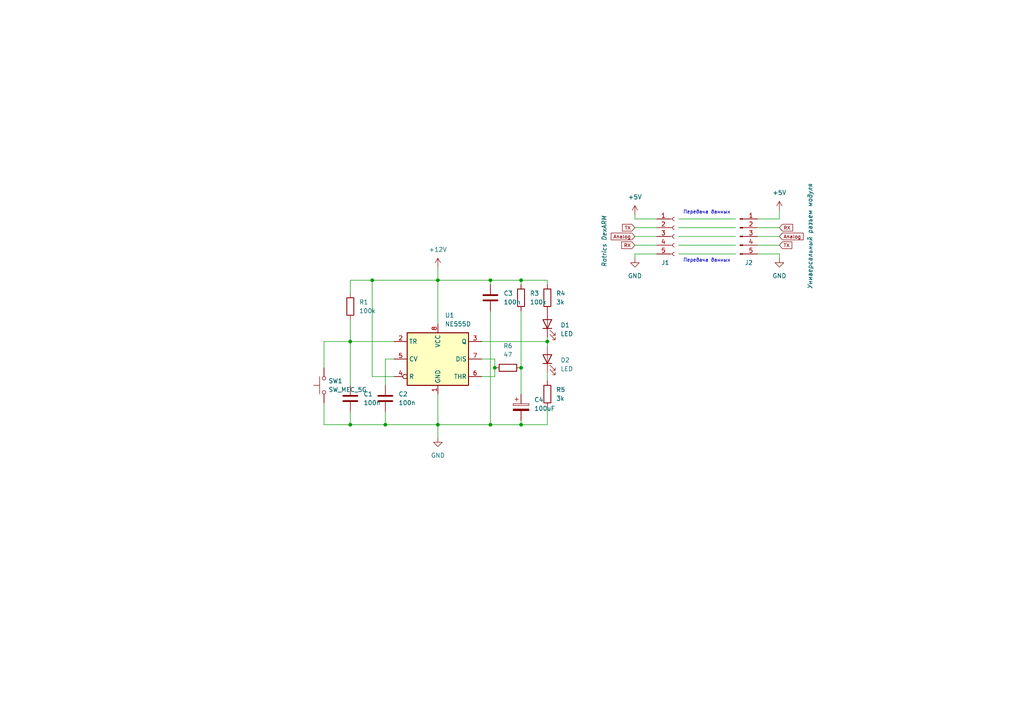
<source format=kicad_sch>
(kicad_sch (version 20211123) (generator eeschema)
  (paper "A4")
  (lib_symbols
    (symbol "Connector:Conn_01x05_Female" (pin_names (offset 1.016) hide)
      (property "Reference" "J" (at 0 7.62 0))
      (property "Value" "Conn_01x05_Female" (at 0 -7.62 0))
      (symbol "Conn_01x05_Female_1_1"
        (arc (start 0 -4.572) (mid -0.508 -5.08) (end 0 -5.588) (stroke (width 0.1524)))
        (arc (start 0 -2.032) (mid -0.508 -2.54) (end 0 -3.048) (stroke (width 0.1524)))
        (polyline (pts (xy -1.27 -5.08) (xy -0.508 -5.08)) (stroke (width 0.1524)))
        (polyline (pts (xy -1.27 -2.54) (xy -0.508 -2.54)) (stroke (width 0.1524)))
        (polyline (pts (xy -1.27 0) (xy -0.508 0)) (stroke (width 0.1524)))
        (polyline (pts (xy -1.27 2.54) (xy -0.508 2.54)) (stroke (width 0.1524)))
        (polyline (pts (xy -1.27 5.08) (xy -0.508 5.08)) (stroke (width 0.1524)))
        (arc (start 0 0.508) (mid -0.508 0) (end 0 -0.508) (stroke (width 0.1524)))
        (arc (start 0 3.048) (mid -0.508 2.54) (end 0 2.032) (stroke (width 0.1524)))
        (arc (start 0 5.588) (mid -0.508 5.08) (end 0 4.572) (stroke (width 0.1524)))
        (pin passive line (at -5.08 5.08 0) (length 3.81) (name "Pin_1") (number "1"))
        (pin passive line (at -5.08 2.54 0) (length 3.81) (name "Pin_2") (number "2"))
        (pin passive line (at -5.08 0 0) (length 3.81) (name "Pin_3") (number "3"))
        (pin passive line (at -5.08 -2.54 0) (length 3.81) (name "Pin_4") (number "4"))
        (pin passive line (at -5.08 -5.08 0) (length 3.81) (name "Pin_5") (number "5"))
      )
    )
    (symbol "Connector:Conn_01x05_Male" (pin_names (offset 1.016) hide)
      (property "Reference" "J" (at 0 7.62 0))
      (property "Value" "Conn_01x05_Male" (at 0 -7.62 0))
      (symbol "Conn_01x05_Male_1_1"
        (polyline (pts (xy 1.27 -5.08) (xy 0.8636 -5.08)) (stroke (width 0.1524)))
        (polyline (pts (xy 1.27 -2.54) (xy 0.8636 -2.54)) (stroke (width 0.1524)))
        (polyline (pts (xy 1.27 0) (xy 0.8636 0)) (stroke (width 0.1524)))
        (polyline (pts (xy 1.27 2.54) (xy 0.8636 2.54)) (stroke (width 0.1524)))
        (polyline (pts (xy 1.27 5.08) (xy 0.8636 5.08)) (stroke (width 0.1524)))
        (rectangle (start 0.8636 -4.953) (end 0 -5.207) (stroke (width 0.1524)) (fill (type outline)))
        (rectangle (start 0.8636 -2.413) (end 0 -2.667) (stroke (width 0.1524)) (fill (type outline)))
        (rectangle (start 0.8636 0.127) (end 0 -0.127) (stroke (width 0.1524)) (fill (type outline)))
        (rectangle (start 0.8636 2.667) (end 0 2.413) (stroke (width 0.1524)) (fill (type outline)))
        (rectangle (start 0.8636 5.207) (end 0 4.953) (stroke (width 0.1524)) (fill (type outline)))
        (pin passive line (at 5.08 5.08 180) (length 3.81) (name "Pin_1") (number "1"))
        (pin passive line (at 5.08 2.54 180) (length 3.81) (name "Pin_2") (number "2"))
        (pin passive line (at 5.08 0 180) (length 3.81) (name "Pin_3") (number "3"))
        (pin passive line (at 5.08 -2.54 180) (length 3.81) (name "Pin_4") (number "4"))
        (pin passive line (at 5.08 -5.08 180) (length 3.81) (name "Pin_5") (number "5"))
      )
    )
    (symbol "Device:C" (pin_numbers hide) (pin_names (offset 0.254))
      (property "Reference" "C" (at 0.635 2.54 0))
      (property "Value" "C" (at 0.635 -2.54 0))
      (symbol "C_0_1"
        (polyline (pts (xy -2.032 -0.762) (xy 2.032 -0.762)) (stroke (width 0.508)))
        (polyline (pts (xy -2.032 0.762) (xy 2.032 0.762)) (stroke (width 0.508)))
      )
      (symbol "C_1_1"
        (pin passive line (at 0 3.81 270) (length 2.794) (name "~") (number "1"))
        (pin passive line (at 0 -3.81 90) (length 2.794) (name "~") (number "2"))
      )
    )
    (symbol "Device:C_Polarized" (pin_numbers hide) (pin_names (offset 0.254))
      (property "Reference" "C" (at 0.635 2.54 0))
      (property "Value" "C_Polarized" (at 0.635 -2.54 0))
      (symbol "C_Polarized_0_1"
        (rectangle (start -2.286 0.508) (end 2.286 1.016))
        (polyline (pts (xy -1.778 2.286) (xy -0.762 2.286)))
        (polyline (pts (xy -1.27 2.794) (xy -1.27 1.778)))
        (rectangle (start 2.286 -0.508) (end -2.286 -1.016) (fill (type outline)))
      )
      (symbol "C_Polarized_1_1"
        (pin passive line (at 0 3.81 270) (length 2.794) (name "~") (number "1"))
        (pin passive line (at 0 -3.81 90) (length 2.794) (name "~") (number "2"))
      )
    )
    (symbol "Device:LED" (pin_numbers hide) (pin_names (offset 1.016) hide)
      (property "Reference" "D" (at 0 2.54 0))
      (property "Value" "LED" (at 0 -2.54 0))
      (symbol "LED_0_1"
        (polyline (pts (xy -1.27 -1.27) (xy -1.27 1.27)) (stroke (width 0.254)))
        (polyline (pts (xy -1.27 0) (xy 1.27 0)))
        (polyline (pts (xy 1.27 -1.27) (xy 1.27 1.27) (xy -1.27 0) (xy 1.27 -1.27)) (stroke (width 0.254)))
        (polyline (pts (xy -3.048 -0.762) (xy -4.572 -2.286) (xy -3.81 -2.286) (xy -4.572 -2.286) (xy -4.572 -1.524)))
        (polyline (pts (xy -1.778 -0.762) (xy -3.302 -2.286) (xy -2.54 -2.286) (xy -3.302 -2.286) (xy -3.302 -1.524)))
      )
      (symbol "LED_1_1"
        (pin passive line (at -3.81 0 0) (length 2.54) (name "K") (number "1"))
        (pin passive line (at 3.81 0 180) (length 2.54) (name "A") (number "2"))
      )
    )
    (symbol "Device:R" (pin_numbers hide) (pin_names (offset 0))
      (property "Reference" "R" (at 2.032 0 90))
      (property "Value" "R" (at 0 0 90))
      (symbol "R_0_1"
        (rectangle (start -1.016 -2.54) (end 1.016 2.54) (stroke (width 0.254)))
      )
      (symbol "R_1_1"
        (pin passive line (at 0 3.81 270) (length 1.27) (name "~") (number "1"))
        (pin passive line (at 0 -3.81 90) (length 1.27) (name "~") (number "2"))
      )
    )
    (symbol "Switch:SW_MEC_5G" (pin_numbers hide) (pin_names (offset 1.016) hide)
      (property "Reference" "SW" (at 1.27 2.54 0))
      (property "Value" "SW_MEC_5G" (at 0 -1.524 0))
      (symbol "SW_MEC_5G_0_1"
        (circle (center -2.032 0) (radius 0.508))
        (polyline (pts (xy 0 1.27) (xy 0 3.048)))
        (polyline (pts (xy 2.54 1.27) (xy -2.54 1.27)))
        (circle (center 2.032 0) (radius 0.508))
        (pin passive line (at -5.08 0 0) (length 2.54) (name "A") (number "1"))
        (pin passive line (at 5.08 0 180) (length 2.54) (name "B") (number "3"))
      )
      (symbol "SW_MEC_5G_1_1"
        (pin passive line (at -5.08 0 0) (length 2.54) hide (name "A") (number "2"))
        (pin passive line (at 5.08 0 180) (length 2.54) hide (name "B") (number "4"))
      )
    )
    (symbol "Timer:NE555D"
      (property "Reference" "U" (at -10.16 8.89 0))
      (property "Value" "NE555D" (at 2.54 8.89 0))
      (symbol "NE555D_0_0"
        (pin power_in line (at 0 -10.16 90) (length 2.54) (name "GND") (number "1"))
        (pin power_in line (at 0 10.16 270) (length 2.54) (name "VCC") (number "8"))
      )
      (symbol "NE555D_0_1"
        (rectangle (start -8.89 -7.62) (end 8.89 7.62) (stroke (width 0.254)) (fill (type background)))
        (rectangle (start -8.89 -7.62) (end 8.89 7.62) (stroke (width 0.254)) (fill (type background)))
      )
      (symbol "NE555D_1_1"
        (pin input line (at -12.7 5.08 0) (length 3.81) (name "TR") (number "2"))
        (pin output line (at 12.7 5.08 180) (length 3.81) (name "Q") (number "3"))
        (pin input inverted (at -12.7 -5.08 0) (length 3.81) (name "R") (number "4"))
        (pin input line (at -12.7 0 0) (length 3.81) (name "CV") (number "5"))
        (pin input line (at 12.7 -5.08 180) (length 3.81) (name "THR") (number "6"))
        (pin input line (at 12.7 0 180) (length 3.81) (name "DIS") (number "7"))
      )
    )
    (symbol "power:+12V" (power) (pin_names (offset 0))
      (property "Value" "+12V" (at 0 3.556 0))
      (symbol "+12V_0_1"
        (polyline (pts (xy -0.762 1.27) (xy 0 2.54)))
        (polyline (pts (xy 0 0) (xy 0 2.54)))
        (polyline (pts (xy 0 2.54) (xy 0.762 1.27)))
      )
      (symbol "+12V_1_1"
        (pin power_in line (at 0 0 90) (length 0) hide (name "+12V") (number "1"))
      )
    )
    (symbol "power:+5V" (power) (pin_names (offset 0))
      (property "Value" "+5V" (at 0 3.556 0))
      (symbol "+5V_0_1"
        (polyline (pts (xy -0.762 1.27) (xy 0 2.54)))
        (polyline (pts (xy 0 0) (xy 0 2.54)))
        (polyline (pts (xy 0 2.54) (xy 0.762 1.27)))
      )
      (symbol "+5V_1_1"
        (pin power_in line (at 0 0 90) (length 0) hide (name "+5V") (number "1"))
      )
    )
    (symbol "power:GND" (power) (pin_names (offset 0))
      (property "Value" "GND" (at 0 -3.81 0))
      (symbol "GND_0_1"
        (polyline (pts (xy 0 0) (xy 0 -1.27) (xy 1.27 -1.27) (xy 0 -2.54) (xy -1.27 -1.27) (xy 0 -1.27)))
      )
      (symbol "GND_1_1"
        (pin power_in line (at 0 0 270) (length 0) hide (name "GND") (number "1"))
      )
    )
  )
  (junction (at 151.13 123.19))
  (junction (at 107.95 81.28))
  (junction (at 127 81.28))
  (junction (at 142.24 123.19))
  (junction (at 101.6 123.19))
  (junction (at 127 123.19))
  (junction (at 151.13 106.68))
  (junction (at 101.6 99.06))
  (junction (at 158.75 99.06))
  (junction (at 143.51 106.68))
  (junction (at 151.13 81.28))
  (junction (at 142.24 81.28))
  (junction (at 111.76 123.19))
  (wire (pts (xy 107.95 81.28) (xy 101.6 81.28)))
  (wire (pts (xy 101.6 119.38) (xy 101.6 123.19)))
  (wire (pts (xy 151.13 81.28) (xy 151.13 82.55)))
  (wire (pts (xy 107.95 81.28) (xy 127 81.28)))
  (wire (pts (xy 127 81.28) (xy 142.24 81.28)))
  (wire (pts (xy 127 77.47) (xy 127 81.28)))
  (wire (pts (xy 127 127) (xy 127 123.19)))
  (wire (pts (xy 127 81.28) (xy 127 93.98)))
  (wire (pts (xy 101.6 123.19) (xy 111.76 123.19)))
  (wire (pts (xy 101.6 99.06) (xy 114.3 99.06)))
  (wire (pts (xy 226.06 73.66) (xy 226.06 74.93)))
  (wire (pts (xy 219.71 68.58) (xy 226.06 68.58)))
  (wire (pts (xy 158.75 82.55) (xy 158.75 81.28)))
  (wire (pts (xy 151.13 121.92) (xy 151.13 123.19)))
  (wire (pts (xy 184.15 74.93) (xy 184.15 73.66)))
  (wire (pts (xy 226.06 63.5) (xy 219.71 63.5)))
  (wire (pts (xy 196.85 68.58) (xy 213.36 68.58)))
  (wire (pts (xy 143.51 106.68) (xy 143.51 104.14)))
  (wire (pts (xy 142.24 81.28) (xy 151.13 81.28)))
  (wire (pts (xy 114.3 104.14) (xy 111.76 104.14)))
  (wire (pts (xy 139.7 99.06) (xy 158.75 99.06)))
  (wire (pts (xy 158.75 107.95) (xy 158.75 110.49)))
  (wire (pts (xy 143.51 106.68) (xy 143.51 109.22)))
  (wire (pts (xy 196.85 66.04) (xy 213.36 66.04)))
  (wire (pts (xy 219.71 66.04) (xy 226.06 66.04)))
  (wire (pts (xy 107.95 109.22) (xy 107.95 81.28)))
  (wire (pts (xy 151.13 106.68) (xy 151.13 114.3)))
  (wire (pts (xy 114.3 109.22) (xy 107.95 109.22)))
  (wire (pts (xy 184.15 68.58) (xy 190.5 68.58)))
  (wire (pts (xy 151.13 81.28) (xy 158.75 81.28)))
  (wire (pts (xy 111.76 123.19) (xy 127 123.19)))
  (wire (pts (xy 142.24 81.28) (xy 142.24 82.55)))
  (wire (pts (xy 219.71 73.66) (xy 226.06 73.66)))
  (wire (pts (xy 142.24 90.17) (xy 142.24 123.19)))
  (wire (pts (xy 139.7 109.22) (xy 143.51 109.22)))
  (wire (pts (xy 158.75 99.06) (xy 158.75 100.33)))
  (wire (pts (xy 184.15 66.04) (xy 190.5 66.04)))
  (wire (pts (xy 196.85 73.66) (xy 213.36 73.66)))
  (wire (pts (xy 93.98 99.06) (xy 101.6 99.06)))
  (wire (pts (xy 196.85 71.12) (xy 213.36 71.12)))
  (wire (pts (xy 151.13 123.19) (xy 158.75 123.19)))
  (wire (pts (xy 190.5 63.5) (xy 184.15 63.5)))
  (wire (pts (xy 93.98 116.84) (xy 93.98 123.19)))
  (wire (pts (xy 184.15 71.12) (xy 190.5 71.12)))
  (wire (pts (xy 111.76 104.14) (xy 111.76 111.76)))
  (wire (pts (xy 93.98 123.19) (xy 101.6 123.19)))
  (wire (pts (xy 219.71 71.12) (xy 226.06 71.12)))
  (wire (pts (xy 158.75 97.79) (xy 158.75 99.06)))
  (wire (pts (xy 101.6 81.28) (xy 101.6 85.09)))
  (wire (pts (xy 127 123.19) (xy 142.24 123.19)))
  (wire (pts (xy 196.85 63.5) (xy 213.36 63.5)))
  (wire (pts (xy 111.76 119.38) (xy 111.76 123.19)))
  (wire (pts (xy 184.15 63.5) (xy 184.15 62.23)))
  (wire (pts (xy 142.24 123.19) (xy 151.13 123.19)))
  (wire (pts (xy 101.6 99.06) (xy 101.6 111.76)))
  (wire (pts (xy 151.13 90.17) (xy 151.13 106.68)))
  (wire (pts (xy 139.7 104.14) (xy 143.51 104.14)))
  (wire (pts (xy 127 114.3) (xy 127 123.19)))
  (wire (pts (xy 101.6 92.71) (xy 101.6 99.06)))
  (wire (pts (xy 226.06 60.96) (xy 226.06 63.5)))
  (wire (pts (xy 93.98 106.68) (xy 93.98 99.06)))
  (wire (pts (xy 184.15 73.66) (xy 190.5 73.66)))
  (wire (pts (xy 158.75 118.11) (xy 158.75 123.19)))
  (text "Передача данных" (at 198.12 62.23 0) (effects (font (size 1 1)) (justify left bottom)))
  (text "Передача данных" (at 198.12 76.2 0) (effects (font (size 1 1)) (justify left bottom)))
  (global_label "RX" (shape input) (at 226.06 66.04 0) (effects (font (size 1 1))) (property "Intersheet References" "${INTERSHEET_REFS}" (effects hide)))
  (global_label "RX" (shape input) (at 184.15 71.12 180) (effects (font (size 1 1))) (property "Intersheet References" "${INTERSHEET_REFS}" (effects hide)))
  (global_label "Analog" (shape input) (at 184.15 68.58 180) (effects (font (size 1 1))) (property "Intersheet References" "${INTERSHEET_REFS}" (effects hide)))
  (global_label "TX" (shape input) (at 184.15 66.04 180) (effects (font (size 1 1))) (property "Intersheet References" "${INTERSHEET_REFS}" (effects hide)))
  (global_label "Analog" (shape input) (at 226.06 68.58 0) (effects (font (size 1 1))) (property "Intersheet References" "${INTERSHEET_REFS}" (effects hide)))
  (global_label "TX" (shape input) (at 226.06 71.12 0) (effects (font (size 1 1))) (property "Intersheet References" "${INTERSHEET_REFS}" (effects hide)))
  (symbol (lib_id "Device:R") (at 101.6 88.9 0) (unit 1)
    (property "Reference" "R1" (at 104.14 87.6299 0) (effects (justify left)))
    (property "Value" "100k" (at 104.14 90.1699 0) (effects (justify left)))
  )
  (symbol (lib_id "Device:R") (at 158.75 86.36 0) (unit 1)
    (property "Reference" "R4" (at 161.29 85.0899 0) (effects (justify left)))
    (property "Value" "3k" (at 161.29 87.6299 0) (effects (justify left)))
  )
  (symbol (lib_id "Device:R") (at 147.32 106.68 90) (unit 1)
    (property "Reference" "R6" (at 147.32 100.33 90))
    (property "Value" "47" (at 147.32 102.87 90))
  )
  (symbol (lib_id "Device:C_Polarized") (at 151.13 118.11 0) (unit 1)
    (property "Reference" "C4" (at 154.94 115.9509 0) (effects (justify left)))
    (property "Value" "100uF" (at 154.94 118.4909 0) (effects (justify left)))
  )
  (symbol (lib_id "Connector:Conn_01x05_Male") (at 214.63 68.58 0) (unit 1)
    (property "Reference" "J2" (at 217.17 76.2 0))
    (property "Value" "Универсальный разъем модуля" (at 234.95 68.58 90) (effects (font italic)))
    (property "Footprint" "Connector_Hirose:Hirose_DF13-05P-1.25DSA_1x05_P1.25mm_Vertical" (effects hide))
  )
  (symbol (lib_id "Timer:NE555D") (at 127 104.14 0) (unit 1)
    (property "Reference" "U1" (at 129.0194 91.44 0) (effects (justify left)))
    (property "Value" "NE555D" (at 129.0194 93.98 0) (effects (justify left)))
    (property "Footprint" "Package_SO:SOIC-8_3.9x4.9mm_P1.27mm" (effects hide))
    (property "Datasheet" "http://www.ti.com/lit/ds/symlink/ne555.pdf" (effects hide))
  )
  (symbol (lib_id "Device:C") (at 142.24 86.36 0) (unit 1)
    (property "Reference" "C3" (at 146.05 85.0899 0) (effects (justify left)))
    (property "Value" "100n" (at 146.05 87.6299 0) (effects (justify left)))
  )
  (symbol (lib_id "Device:C") (at 111.76 115.57 0) (unit 1)
    (property "Reference" "C2" (at 115.57 114.2999 0) (effects (justify left)))
    (property "Value" "100n" (at 115.57 116.8399 0) (effects (justify left)))
  )
  (symbol (lib_id "power:GND") (at 184.15 74.93 0) (unit 1)
    (property "Reference" "#PWR?" (effects hide))
    (property "Value" "GND" (at 184.15 80.01 0))
  )
  (symbol (lib_id "Switch:SW_MEC_5G") (at 93.98 111.76 90) (unit 1)
    (property "Reference" "SW1" (at 95.25 110.4899 90) (effects (justify right)))
    (property "Value" "SW_MEC_5G" (at 95.25 113.0299 90) (effects (justify right)))
    (property "Datasheet" "http://www.apem.com/int/index.php?controller=attachment&id_attachment=488" (effects hide))
  )
  (symbol (lib_id "power:+5V") (at 184.15 62.23 0) (unit 1)
    (property "Reference" "#PWR?" (effects hide))
    (property "Value" "+5V" (at 184.15 57.15 0))
  )
  (symbol (lib_id "power:GND") (at 226.06 74.93 0) (unit 1)
    (property "Reference" "#PWR?" (effects hide))
    (property "Value" "GND" (at 226.06 80.01 0))
  )
  (symbol (lib_id "Device:LED") (at 158.75 93.98 90) (unit 1)
    (property "Reference" "D1" (at 162.56 94.2974 90) (effects (justify right)))
    (property "Value" "LED" (at 162.56 96.8374 90) (effects (justify right)))
  )
  (symbol (lib_id "Device:C") (at 101.6 115.57 0) (unit 1)
    (property "Reference" "C1" (at 105.41 114.2999 0) (effects (justify left)))
    (property "Value" "100n" (at 105.41 116.8399 0) (effects (justify left)))
  )
  (symbol (lib_id "Connector:Conn_01x05_Female") (at 195.58 68.58 0) (unit 1)
    (property "Reference" "J1" (at 191.77 76.2 0) (effects (justify left)))
    (property "Value" "Rotrics DexARM" (at 175.26 77.47 90) (effects (font italic) (justify left)))
    (property "Footprint" "Connector_Hirose:Hirose_DF13-05P-1.25DSA_1x05_P1.25mm_Vertical" (effects hide))
  )
  (symbol (lib_id "Device:LED") (at 158.75 104.14 90) (unit 1)
    (property "Reference" "D2" (at 162.56 104.4574 90) (effects (justify right)))
    (property "Value" "LED" (at 162.56 106.9974 90) (effects (justify right)))
  )
  (symbol (lib_id "Device:R") (at 151.13 86.36 0) (unit 1)
    (property "Reference" "R3" (at 153.67 85.0899 0) (effects (justify left)))
    (property "Value" "100k" (at 153.67 87.6299 0) (effects (justify left)))
  )
  (symbol (lib_id "power:GND") (at 127 127 0) (unit 1)
    (property "Reference" "#PWR02" (effects hide))
    (property "Value" "GND" (at 127 132.08 0))
  )
  (symbol (lib_id "power:+5V") (at 226.06 60.96 0) (unit 1)
    (property "Reference" "#PWR?" (effects hide))
    (property "Value" "+5V" (at 226.06 55.88 0))
  )
  (symbol (lib_id "power:+12V") (at 127 77.47 0) (unit 1)
    (property "Reference" "#PWR01" (effects hide))
    (property "Value" "+12V" (at 127 72.39 0))
  )
  (symbol (lib_id "Device:R") (at 158.75 114.3 0) (unit 1)
    (property "Reference" "R5" (at 161.29 113.0299 0) (effects (justify left)))
    (property "Value" "3k" (at 161.29 115.5699 0) (effects (justify left)))
  )
)
</source>
